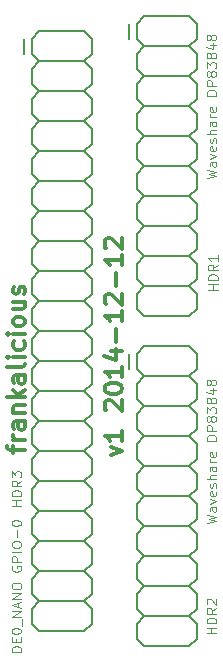
<source format=gto>
G04 #@! TF.FileFunction,Legend,Top*
%FSLAX46Y46*%
G04 Gerber Fmt 4.6, Leading zero omitted, Abs format (unit mm)*
G04 Created by KiCad (PCBNEW (2014-11-30 BZR 5308)-product) date Fr 12 Dez 2014 00:24:21 CET*
%MOMM*%
G01*
G04 APERTURE LIST*
%ADD10C,0.100000*%
%ADD11C,0.300000*%
%ADD12C,0.127000*%
%ADD13C,0.076200*%
G04 APERTURE END LIST*
D10*
D11*
X113343571Y-114624283D02*
X114343571Y-114267140D01*
X113343571Y-113909998D01*
X114343571Y-112552855D02*
X114343571Y-113409998D01*
X114343571Y-112981426D02*
X112843571Y-112981426D01*
X113057857Y-113124283D01*
X113200714Y-113267141D01*
X113272143Y-113409998D01*
X112986429Y-110838570D02*
X112915000Y-110767141D01*
X112843571Y-110624284D01*
X112843571Y-110267141D01*
X112915000Y-110124284D01*
X112986429Y-110052855D01*
X113129286Y-109981427D01*
X113272143Y-109981427D01*
X113486429Y-110052855D01*
X114343571Y-110909998D01*
X114343571Y-109981427D01*
X112843571Y-109052856D02*
X112843571Y-108909999D01*
X112915000Y-108767142D01*
X112986429Y-108695713D01*
X113129286Y-108624284D01*
X113415000Y-108552856D01*
X113772143Y-108552856D01*
X114057857Y-108624284D01*
X114200714Y-108695713D01*
X114272143Y-108767142D01*
X114343571Y-108909999D01*
X114343571Y-109052856D01*
X114272143Y-109195713D01*
X114200714Y-109267142D01*
X114057857Y-109338570D01*
X113772143Y-109409999D01*
X113415000Y-109409999D01*
X113129286Y-109338570D01*
X112986429Y-109267142D01*
X112915000Y-109195713D01*
X112843571Y-109052856D01*
X114343571Y-107124285D02*
X114343571Y-107981428D01*
X114343571Y-107552856D02*
X112843571Y-107552856D01*
X113057857Y-107695713D01*
X113200714Y-107838571D01*
X113272143Y-107981428D01*
X113343571Y-105838571D02*
X114343571Y-105838571D01*
X112772143Y-106195714D02*
X113843571Y-106552857D01*
X113843571Y-105624285D01*
X113772143Y-105052857D02*
X113772143Y-103910000D01*
X114343571Y-102410000D02*
X114343571Y-103267143D01*
X114343571Y-102838571D02*
X112843571Y-102838571D01*
X113057857Y-102981428D01*
X113200714Y-103124286D01*
X113272143Y-103267143D01*
X112986429Y-101838572D02*
X112915000Y-101767143D01*
X112843571Y-101624286D01*
X112843571Y-101267143D01*
X112915000Y-101124286D01*
X112986429Y-101052857D01*
X113129286Y-100981429D01*
X113272143Y-100981429D01*
X113486429Y-101052857D01*
X114343571Y-101910000D01*
X114343571Y-100981429D01*
X113772143Y-100338572D02*
X113772143Y-99195715D01*
X114343571Y-97695715D02*
X114343571Y-98552858D01*
X114343571Y-98124286D02*
X112843571Y-98124286D01*
X113057857Y-98267143D01*
X113200714Y-98410001D01*
X113272143Y-98552858D01*
X112986429Y-97124287D02*
X112915000Y-97052858D01*
X112843571Y-96910001D01*
X112843571Y-96552858D01*
X112915000Y-96410001D01*
X112986429Y-96338572D01*
X113129286Y-96267144D01*
X113272143Y-96267144D01*
X113486429Y-96338572D01*
X114343571Y-97195715D01*
X114343571Y-96267144D01*
X105088571Y-114422143D02*
X105088571Y-113850714D01*
X106088571Y-114207857D02*
X104802857Y-114207857D01*
X104660000Y-114136429D01*
X104588571Y-113993571D01*
X104588571Y-113850714D01*
X106088571Y-113350714D02*
X105088571Y-113350714D01*
X105374286Y-113350714D02*
X105231429Y-113279286D01*
X105160000Y-113207857D01*
X105088571Y-113065000D01*
X105088571Y-112922143D01*
X106088571Y-111779286D02*
X105302857Y-111779286D01*
X105160000Y-111850715D01*
X105088571Y-111993572D01*
X105088571Y-112279286D01*
X105160000Y-112422143D01*
X106017143Y-111779286D02*
X106088571Y-111922143D01*
X106088571Y-112279286D01*
X106017143Y-112422143D01*
X105874286Y-112493572D01*
X105731429Y-112493572D01*
X105588571Y-112422143D01*
X105517143Y-112279286D01*
X105517143Y-111922143D01*
X105445714Y-111779286D01*
X105088571Y-111065000D02*
X106088571Y-111065000D01*
X105231429Y-111065000D02*
X105160000Y-110993572D01*
X105088571Y-110850714D01*
X105088571Y-110636429D01*
X105160000Y-110493572D01*
X105302857Y-110422143D01*
X106088571Y-110422143D01*
X106088571Y-109707857D02*
X104588571Y-109707857D01*
X105517143Y-109565000D02*
X106088571Y-109136429D01*
X105088571Y-109136429D02*
X105660000Y-109707857D01*
X106088571Y-107850714D02*
X105302857Y-107850714D01*
X105160000Y-107922143D01*
X105088571Y-108065000D01*
X105088571Y-108350714D01*
X105160000Y-108493571D01*
X106017143Y-107850714D02*
X106088571Y-107993571D01*
X106088571Y-108350714D01*
X106017143Y-108493571D01*
X105874286Y-108565000D01*
X105731429Y-108565000D01*
X105588571Y-108493571D01*
X105517143Y-108350714D01*
X105517143Y-107993571D01*
X105445714Y-107850714D01*
X106088571Y-106922142D02*
X106017143Y-107065000D01*
X105874286Y-107136428D01*
X104588571Y-107136428D01*
X106088571Y-106350714D02*
X105088571Y-106350714D01*
X104588571Y-106350714D02*
X104660000Y-106422143D01*
X104731429Y-106350714D01*
X104660000Y-106279286D01*
X104588571Y-106350714D01*
X104731429Y-106350714D01*
X106017143Y-104993571D02*
X106088571Y-105136428D01*
X106088571Y-105422142D01*
X106017143Y-105565000D01*
X105945714Y-105636428D01*
X105802857Y-105707857D01*
X105374286Y-105707857D01*
X105231429Y-105636428D01*
X105160000Y-105565000D01*
X105088571Y-105422142D01*
X105088571Y-105136428D01*
X105160000Y-104993571D01*
X106088571Y-104350714D02*
X105088571Y-104350714D01*
X104588571Y-104350714D02*
X104660000Y-104422143D01*
X104731429Y-104350714D01*
X104660000Y-104279286D01*
X104588571Y-104350714D01*
X104731429Y-104350714D01*
X106088571Y-103422142D02*
X106017143Y-103565000D01*
X105945714Y-103636428D01*
X105802857Y-103707857D01*
X105374286Y-103707857D01*
X105231429Y-103636428D01*
X105160000Y-103565000D01*
X105088571Y-103422142D01*
X105088571Y-103207857D01*
X105160000Y-103065000D01*
X105231429Y-102993571D01*
X105374286Y-102922142D01*
X105802857Y-102922142D01*
X105945714Y-102993571D01*
X106017143Y-103065000D01*
X106088571Y-103207857D01*
X106088571Y-103422142D01*
X105088571Y-101636428D02*
X106088571Y-101636428D01*
X105088571Y-102279285D02*
X105874286Y-102279285D01*
X106017143Y-102207857D01*
X106088571Y-102064999D01*
X106088571Y-101850714D01*
X106017143Y-101707857D01*
X105945714Y-101636428D01*
X106017143Y-100993571D02*
X106088571Y-100850714D01*
X106088571Y-100564999D01*
X106017143Y-100422142D01*
X105874286Y-100350714D01*
X105802857Y-100350714D01*
X105660000Y-100422142D01*
X105588571Y-100564999D01*
X105588571Y-100779285D01*
X105517143Y-100922142D01*
X105374286Y-100993571D01*
X105302857Y-100993571D01*
X105160000Y-100922142D01*
X105088571Y-100779285D01*
X105088571Y-100564999D01*
X105160000Y-100422142D01*
D12*
X106680000Y-128905000D02*
X106680000Y-127635000D01*
X107315000Y-129540000D02*
X106680000Y-128905000D01*
X111125000Y-129540000D02*
X107315000Y-129540000D01*
X111760000Y-128905000D02*
X111125000Y-129540000D01*
X111760000Y-127635000D02*
X111760000Y-128905000D01*
X111125000Y-127000000D02*
X111760000Y-127635000D01*
X106680000Y-127635000D02*
X107315000Y-127000000D01*
X106680000Y-125095000D02*
X107315000Y-124460000D01*
X111125000Y-124460000D02*
X111760000Y-125095000D01*
X111760000Y-125095000D02*
X111760000Y-126365000D01*
X111760000Y-126365000D02*
X111125000Y-127000000D01*
X111125000Y-127000000D02*
X107315000Y-127000000D01*
X107315000Y-127000000D02*
X106680000Y-126365000D01*
X106680000Y-126365000D02*
X106680000Y-125095000D01*
X106680000Y-123825000D02*
X106680000Y-122555000D01*
X107315000Y-124460000D02*
X106680000Y-123825000D01*
X111125000Y-124460000D02*
X107315000Y-124460000D01*
X111760000Y-123825000D02*
X111125000Y-124460000D01*
X111760000Y-122555000D02*
X111760000Y-123825000D01*
X111125000Y-121920000D02*
X111760000Y-122555000D01*
X106680000Y-122555000D02*
X107315000Y-121920000D01*
X106680000Y-120015000D02*
X107315000Y-119380000D01*
X111125000Y-119380000D02*
X111760000Y-120015000D01*
X111760000Y-120015000D02*
X111760000Y-121285000D01*
X111760000Y-121285000D02*
X111125000Y-121920000D01*
X111125000Y-121920000D02*
X107315000Y-121920000D01*
X107315000Y-121920000D02*
X106680000Y-121285000D01*
X106680000Y-121285000D02*
X106680000Y-120015000D01*
X106680000Y-118745000D02*
X106680000Y-117475000D01*
X107315000Y-119380000D02*
X106680000Y-118745000D01*
X111125000Y-119380000D02*
X107315000Y-119380000D01*
X111760000Y-118745000D02*
X111125000Y-119380000D01*
X111760000Y-117475000D02*
X111760000Y-118745000D01*
X111125000Y-116840000D02*
X111760000Y-117475000D01*
X106680000Y-117475000D02*
X107315000Y-116840000D01*
X106680000Y-114935000D02*
X107315000Y-114300000D01*
X111125000Y-114300000D02*
X111760000Y-114935000D01*
X111760000Y-114935000D02*
X111760000Y-116205000D01*
X111760000Y-116205000D02*
X111125000Y-116840000D01*
X111125000Y-116840000D02*
X107315000Y-116840000D01*
X107315000Y-116840000D02*
X106680000Y-116205000D01*
X106680000Y-116205000D02*
X106680000Y-114935000D01*
X106680000Y-113665000D02*
X106680000Y-112395000D01*
X107315000Y-114300000D02*
X106680000Y-113665000D01*
X111125000Y-114300000D02*
X107315000Y-114300000D01*
X111760000Y-113665000D02*
X111125000Y-114300000D01*
X111760000Y-112395000D02*
X111760000Y-113665000D01*
X111125000Y-111760000D02*
X111760000Y-112395000D01*
X106680000Y-112395000D02*
X107315000Y-111760000D01*
X106680000Y-109855000D02*
X107315000Y-109220000D01*
X111125000Y-109220000D02*
X111760000Y-109855000D01*
X111760000Y-109855000D02*
X111760000Y-111125000D01*
X111760000Y-111125000D02*
X111125000Y-111760000D01*
X111125000Y-111760000D02*
X107315000Y-111760000D01*
X107315000Y-111760000D02*
X106680000Y-111125000D01*
X106680000Y-111125000D02*
X106680000Y-109855000D01*
X106680000Y-108585000D02*
X106680000Y-107315000D01*
X107315000Y-109220000D02*
X106680000Y-108585000D01*
X111125000Y-109220000D02*
X107315000Y-109220000D01*
X111760000Y-108585000D02*
X111125000Y-109220000D01*
X111760000Y-107315000D02*
X111760000Y-108585000D01*
X111125000Y-106680000D02*
X111760000Y-107315000D01*
X106680000Y-107315000D02*
X107315000Y-106680000D01*
X106680000Y-104775000D02*
X107315000Y-104140000D01*
X111125000Y-104140000D02*
X111760000Y-104775000D01*
X111760000Y-104775000D02*
X111760000Y-106045000D01*
X111760000Y-106045000D02*
X111125000Y-106680000D01*
X111125000Y-106680000D02*
X107315000Y-106680000D01*
X107315000Y-106680000D02*
X106680000Y-106045000D01*
X106680000Y-106045000D02*
X106680000Y-104775000D01*
X106680000Y-103505000D02*
X106680000Y-102235000D01*
X107315000Y-104140000D02*
X106680000Y-103505000D01*
X111125000Y-104140000D02*
X107315000Y-104140000D01*
X111760000Y-103505000D02*
X111125000Y-104140000D01*
X111760000Y-102235000D02*
X111760000Y-103505000D01*
X111125000Y-101600000D02*
X111760000Y-102235000D01*
X106680000Y-102235000D02*
X107315000Y-101600000D01*
X106680000Y-99695000D02*
X107315000Y-99060000D01*
X111125000Y-99060000D02*
X111760000Y-99695000D01*
X111760000Y-99695000D02*
X111760000Y-100965000D01*
X111760000Y-100965000D02*
X111125000Y-101600000D01*
X111125000Y-101600000D02*
X107315000Y-101600000D01*
X107315000Y-101600000D02*
X106680000Y-100965000D01*
X106680000Y-100965000D02*
X106680000Y-99695000D01*
X106680000Y-98425000D02*
X106680000Y-97155000D01*
X107315000Y-99060000D02*
X106680000Y-98425000D01*
X111125000Y-99060000D02*
X107315000Y-99060000D01*
X111760000Y-98425000D02*
X111125000Y-99060000D01*
X111760000Y-97155000D02*
X111760000Y-98425000D01*
X111125000Y-96520000D02*
X111760000Y-97155000D01*
X106680000Y-97155000D02*
X107315000Y-96520000D01*
X106680000Y-94615000D02*
X107315000Y-93980000D01*
X111125000Y-93980000D02*
X111760000Y-94615000D01*
X111760000Y-94615000D02*
X111760000Y-95885000D01*
X111760000Y-95885000D02*
X111125000Y-96520000D01*
X111125000Y-96520000D02*
X107315000Y-96520000D01*
X107315000Y-96520000D02*
X106680000Y-95885000D01*
X106680000Y-95885000D02*
X106680000Y-94615000D01*
X106680000Y-93345000D02*
X106680000Y-92075000D01*
X107315000Y-93980000D02*
X106680000Y-93345000D01*
X111125000Y-93980000D02*
X107315000Y-93980000D01*
X111760000Y-93345000D02*
X111125000Y-93980000D01*
X111760000Y-92075000D02*
X111760000Y-93345000D01*
X111125000Y-91440000D02*
X111760000Y-92075000D01*
X106680000Y-92075000D02*
X107315000Y-91440000D01*
X106680000Y-89535000D02*
X107315000Y-88900000D01*
X111125000Y-88900000D02*
X111760000Y-89535000D01*
X111760000Y-89535000D02*
X111760000Y-90805000D01*
X111760000Y-90805000D02*
X111125000Y-91440000D01*
X111125000Y-91440000D02*
X107315000Y-91440000D01*
X107315000Y-91440000D02*
X106680000Y-90805000D01*
X106680000Y-90805000D02*
X106680000Y-89535000D01*
X106680000Y-88265000D02*
X106680000Y-86995000D01*
X107315000Y-88900000D02*
X106680000Y-88265000D01*
X111125000Y-88900000D02*
X107315000Y-88900000D01*
X111760000Y-88265000D02*
X111125000Y-88900000D01*
X111760000Y-86995000D02*
X111760000Y-88265000D01*
X111125000Y-86360000D02*
X111760000Y-86995000D01*
X106680000Y-86995000D02*
X107315000Y-86360000D01*
X106680000Y-84455000D02*
X107315000Y-83820000D01*
X111125000Y-83820000D02*
X111760000Y-84455000D01*
X111760000Y-84455000D02*
X111760000Y-85725000D01*
X111760000Y-85725000D02*
X111125000Y-86360000D01*
X111125000Y-86360000D02*
X107315000Y-86360000D01*
X107315000Y-86360000D02*
X106680000Y-85725000D01*
X106680000Y-85725000D02*
X106680000Y-84455000D01*
X106680000Y-83185000D02*
X106680000Y-81915000D01*
X107315000Y-83820000D02*
X106680000Y-83185000D01*
X111125000Y-83820000D02*
X107315000Y-83820000D01*
X111760000Y-83185000D02*
X111125000Y-83820000D01*
X111760000Y-81915000D02*
X111760000Y-83185000D01*
X111125000Y-81280000D02*
X111760000Y-81915000D01*
X106680000Y-81915000D02*
X107315000Y-81280000D01*
X106680000Y-79375000D02*
X107315000Y-78740000D01*
X107315000Y-78740000D02*
X111125000Y-78740000D01*
X111125000Y-78740000D02*
X111760000Y-79375000D01*
X111760000Y-79375000D02*
X111760000Y-80645000D01*
X111760000Y-80645000D02*
X111125000Y-81280000D01*
X111125000Y-81280000D02*
X107315000Y-81280000D01*
X107315000Y-81280000D02*
X106680000Y-80645000D01*
X106680000Y-80645000D02*
X106680000Y-79375000D01*
X106045000Y-79375000D02*
X106045000Y-80645000D01*
X115570000Y-102235000D02*
X115570000Y-100965000D01*
X116205000Y-102870000D02*
X115570000Y-102235000D01*
X120015000Y-102870000D02*
X116205000Y-102870000D01*
X120650000Y-102235000D02*
X120015000Y-102870000D01*
X120650000Y-100965000D02*
X120650000Y-102235000D01*
X120015000Y-100330000D02*
X120650000Y-100965000D01*
X115570000Y-100965000D02*
X116205000Y-100330000D01*
X115570000Y-98425000D02*
X116205000Y-97790000D01*
X120015000Y-97790000D02*
X120650000Y-98425000D01*
X120650000Y-98425000D02*
X120650000Y-99695000D01*
X120650000Y-99695000D02*
X120015000Y-100330000D01*
X120015000Y-100330000D02*
X116205000Y-100330000D01*
X116205000Y-100330000D02*
X115570000Y-99695000D01*
X115570000Y-99695000D02*
X115570000Y-98425000D01*
X115570000Y-97155000D02*
X115570000Y-95885000D01*
X116205000Y-97790000D02*
X115570000Y-97155000D01*
X120015000Y-97790000D02*
X116205000Y-97790000D01*
X120650000Y-97155000D02*
X120015000Y-97790000D01*
X120650000Y-95885000D02*
X120650000Y-97155000D01*
X120015000Y-95250000D02*
X120650000Y-95885000D01*
X115570000Y-95885000D02*
X116205000Y-95250000D01*
X115570000Y-93345000D02*
X116205000Y-92710000D01*
X120015000Y-92710000D02*
X120650000Y-93345000D01*
X120650000Y-93345000D02*
X120650000Y-94615000D01*
X120650000Y-94615000D02*
X120015000Y-95250000D01*
X120015000Y-95250000D02*
X116205000Y-95250000D01*
X116205000Y-95250000D02*
X115570000Y-94615000D01*
X115570000Y-94615000D02*
X115570000Y-93345000D01*
X115570000Y-92075000D02*
X115570000Y-90805000D01*
X116205000Y-92710000D02*
X115570000Y-92075000D01*
X120015000Y-92710000D02*
X116205000Y-92710000D01*
X120650000Y-92075000D02*
X120015000Y-92710000D01*
X120650000Y-90805000D02*
X120650000Y-92075000D01*
X120015000Y-90170000D02*
X120650000Y-90805000D01*
X115570000Y-90805000D02*
X116205000Y-90170000D01*
X115570000Y-88265000D02*
X116205000Y-87630000D01*
X120015000Y-87630000D02*
X120650000Y-88265000D01*
X120650000Y-88265000D02*
X120650000Y-89535000D01*
X120650000Y-89535000D02*
X120015000Y-90170000D01*
X120015000Y-90170000D02*
X116205000Y-90170000D01*
X116205000Y-90170000D02*
X115570000Y-89535000D01*
X115570000Y-89535000D02*
X115570000Y-88265000D01*
X115570000Y-86995000D02*
X115570000Y-85725000D01*
X116205000Y-87630000D02*
X115570000Y-86995000D01*
X120015000Y-87630000D02*
X116205000Y-87630000D01*
X120650000Y-86995000D02*
X120015000Y-87630000D01*
X120650000Y-85725000D02*
X120650000Y-86995000D01*
X120015000Y-85090000D02*
X120650000Y-85725000D01*
X115570000Y-85725000D02*
X116205000Y-85090000D01*
X115570000Y-83185000D02*
X116205000Y-82550000D01*
X120015000Y-82550000D02*
X120650000Y-83185000D01*
X120650000Y-83185000D02*
X120650000Y-84455000D01*
X120650000Y-84455000D02*
X120015000Y-85090000D01*
X120015000Y-85090000D02*
X116205000Y-85090000D01*
X116205000Y-85090000D02*
X115570000Y-84455000D01*
X115570000Y-84455000D02*
X115570000Y-83185000D01*
X115570000Y-81915000D02*
X115570000Y-80645000D01*
X116205000Y-82550000D02*
X115570000Y-81915000D01*
X120015000Y-82550000D02*
X116205000Y-82550000D01*
X120650000Y-81915000D02*
X120015000Y-82550000D01*
X120650000Y-80645000D02*
X120650000Y-81915000D01*
X120015000Y-80010000D02*
X120650000Y-80645000D01*
X115570000Y-80645000D02*
X116205000Y-80010000D01*
X115570000Y-78105000D02*
X116205000Y-77470000D01*
X116205000Y-77470000D02*
X120015000Y-77470000D01*
X120015000Y-77470000D02*
X120650000Y-78105000D01*
X120650000Y-78105000D02*
X120650000Y-79375000D01*
X120650000Y-79375000D02*
X120015000Y-80010000D01*
X120015000Y-80010000D02*
X116205000Y-80010000D01*
X116205000Y-80010000D02*
X115570000Y-79375000D01*
X115570000Y-79375000D02*
X115570000Y-78105000D01*
X114935000Y-78105000D02*
X114935000Y-79375000D01*
X115570000Y-130175000D02*
X115570000Y-128905000D01*
X116205000Y-130810000D02*
X115570000Y-130175000D01*
X120015000Y-130810000D02*
X116205000Y-130810000D01*
X120650000Y-130175000D02*
X120015000Y-130810000D01*
X120650000Y-128905000D02*
X120650000Y-130175000D01*
X120015000Y-128270000D02*
X120650000Y-128905000D01*
X115570000Y-128905000D02*
X116205000Y-128270000D01*
X115570000Y-126365000D02*
X116205000Y-125730000D01*
X120015000Y-125730000D02*
X120650000Y-126365000D01*
X120650000Y-126365000D02*
X120650000Y-127635000D01*
X120650000Y-127635000D02*
X120015000Y-128270000D01*
X120015000Y-128270000D02*
X116205000Y-128270000D01*
X116205000Y-128270000D02*
X115570000Y-127635000D01*
X115570000Y-127635000D02*
X115570000Y-126365000D01*
X115570000Y-125095000D02*
X115570000Y-123825000D01*
X116205000Y-125730000D02*
X115570000Y-125095000D01*
X120015000Y-125730000D02*
X116205000Y-125730000D01*
X120650000Y-125095000D02*
X120015000Y-125730000D01*
X120650000Y-123825000D02*
X120650000Y-125095000D01*
X120015000Y-123190000D02*
X120650000Y-123825000D01*
X115570000Y-123825000D02*
X116205000Y-123190000D01*
X115570000Y-121285000D02*
X116205000Y-120650000D01*
X120015000Y-120650000D02*
X120650000Y-121285000D01*
X120650000Y-121285000D02*
X120650000Y-122555000D01*
X120650000Y-122555000D02*
X120015000Y-123190000D01*
X120015000Y-123190000D02*
X116205000Y-123190000D01*
X116205000Y-123190000D02*
X115570000Y-122555000D01*
X115570000Y-122555000D02*
X115570000Y-121285000D01*
X115570000Y-120015000D02*
X115570000Y-118745000D01*
X116205000Y-120650000D02*
X115570000Y-120015000D01*
X120015000Y-120650000D02*
X116205000Y-120650000D01*
X120650000Y-120015000D02*
X120015000Y-120650000D01*
X120650000Y-118745000D02*
X120650000Y-120015000D01*
X120015000Y-118110000D02*
X120650000Y-118745000D01*
X115570000Y-118745000D02*
X116205000Y-118110000D01*
X115570000Y-116205000D02*
X116205000Y-115570000D01*
X120015000Y-115570000D02*
X120650000Y-116205000D01*
X120650000Y-116205000D02*
X120650000Y-117475000D01*
X120650000Y-117475000D02*
X120015000Y-118110000D01*
X120015000Y-118110000D02*
X116205000Y-118110000D01*
X116205000Y-118110000D02*
X115570000Y-117475000D01*
X115570000Y-117475000D02*
X115570000Y-116205000D01*
X115570000Y-114935000D02*
X115570000Y-113665000D01*
X116205000Y-115570000D02*
X115570000Y-114935000D01*
X120015000Y-115570000D02*
X116205000Y-115570000D01*
X120650000Y-114935000D02*
X120015000Y-115570000D01*
X120650000Y-113665000D02*
X120650000Y-114935000D01*
X120015000Y-113030000D02*
X120650000Y-113665000D01*
X115570000Y-113665000D02*
X116205000Y-113030000D01*
X115570000Y-111125000D02*
X116205000Y-110490000D01*
X120015000Y-110490000D02*
X120650000Y-111125000D01*
X120650000Y-111125000D02*
X120650000Y-112395000D01*
X120650000Y-112395000D02*
X120015000Y-113030000D01*
X120015000Y-113030000D02*
X116205000Y-113030000D01*
X116205000Y-113030000D02*
X115570000Y-112395000D01*
X115570000Y-112395000D02*
X115570000Y-111125000D01*
X115570000Y-109855000D02*
X115570000Y-108585000D01*
X116205000Y-110490000D02*
X115570000Y-109855000D01*
X120015000Y-110490000D02*
X116205000Y-110490000D01*
X120650000Y-109855000D02*
X120015000Y-110490000D01*
X120650000Y-108585000D02*
X120650000Y-109855000D01*
X120015000Y-107950000D02*
X120650000Y-108585000D01*
X115570000Y-108585000D02*
X116205000Y-107950000D01*
X115570000Y-106045000D02*
X116205000Y-105410000D01*
X116205000Y-105410000D02*
X120015000Y-105410000D01*
X120015000Y-105410000D02*
X120650000Y-106045000D01*
X120650000Y-106045000D02*
X120650000Y-107315000D01*
X120650000Y-107315000D02*
X120015000Y-107950000D01*
X120015000Y-107950000D02*
X116205000Y-107950000D01*
X116205000Y-107950000D02*
X115570000Y-107315000D01*
X115570000Y-107315000D02*
X115570000Y-106045000D01*
X114935000Y-106045000D02*
X114935000Y-107315000D01*
D13*
X105777695Y-118907076D02*
X104964895Y-118907076D01*
X105351943Y-118907076D02*
X105351943Y-118442619D01*
X105777695Y-118442619D02*
X104964895Y-118442619D01*
X105777695Y-118055571D02*
X104964895Y-118055571D01*
X104964895Y-117862047D01*
X105003600Y-117745933D01*
X105081010Y-117668524D01*
X105158419Y-117629819D01*
X105313238Y-117591114D01*
X105429352Y-117591114D01*
X105584171Y-117629819D01*
X105661581Y-117668524D01*
X105738990Y-117745933D01*
X105777695Y-117862047D01*
X105777695Y-118055571D01*
X105777695Y-116778314D02*
X105390648Y-117049247D01*
X105777695Y-117242771D02*
X104964895Y-117242771D01*
X104964895Y-116933133D01*
X105003600Y-116855724D01*
X105042305Y-116817019D01*
X105119714Y-116778314D01*
X105235829Y-116778314D01*
X105313238Y-116817019D01*
X105351943Y-116855724D01*
X105390648Y-116933133D01*
X105390648Y-117242771D01*
X104964895Y-116507381D02*
X104964895Y-116004219D01*
X105274533Y-116275152D01*
X105274533Y-116159038D01*
X105313238Y-116081628D01*
X105351943Y-116042924D01*
X105429352Y-116004219D01*
X105622876Y-116004219D01*
X105700286Y-116042924D01*
X105738990Y-116081628D01*
X105777695Y-116159038D01*
X105777695Y-116391266D01*
X105738990Y-116468676D01*
X105700286Y-116507381D01*
X105777695Y-131264781D02*
X104964895Y-131264781D01*
X104964895Y-131071257D01*
X105003600Y-130955143D01*
X105081010Y-130877734D01*
X105158419Y-130839029D01*
X105313238Y-130800324D01*
X105429352Y-130800324D01*
X105584171Y-130839029D01*
X105661581Y-130877734D01*
X105738990Y-130955143D01*
X105777695Y-131071257D01*
X105777695Y-131264781D01*
X105351943Y-130451981D02*
X105351943Y-130181048D01*
X105777695Y-130064934D02*
X105777695Y-130451981D01*
X104964895Y-130451981D01*
X104964895Y-130064934D01*
X104964895Y-129561772D02*
X104964895Y-129484363D01*
X105003600Y-129406953D01*
X105042305Y-129368248D01*
X105119714Y-129329544D01*
X105274533Y-129290839D01*
X105468057Y-129290839D01*
X105622876Y-129329544D01*
X105700286Y-129368248D01*
X105738990Y-129406953D01*
X105777695Y-129484363D01*
X105777695Y-129561772D01*
X105738990Y-129639182D01*
X105700286Y-129677886D01*
X105622876Y-129716591D01*
X105468057Y-129755296D01*
X105274533Y-129755296D01*
X105119714Y-129716591D01*
X105042305Y-129677886D01*
X105003600Y-129639182D01*
X104964895Y-129561772D01*
X105855105Y-129136020D02*
X105855105Y-128516744D01*
X105777695Y-128323220D02*
X104964895Y-128323220D01*
X105777695Y-127858763D01*
X104964895Y-127858763D01*
X105545467Y-127510420D02*
X105545467Y-127123372D01*
X105777695Y-127587829D02*
X104964895Y-127316896D01*
X105777695Y-127045963D01*
X105777695Y-126775029D02*
X104964895Y-126775029D01*
X105777695Y-126310572D01*
X104964895Y-126310572D01*
X104964895Y-125768705D02*
X104964895Y-125613886D01*
X105003600Y-125536477D01*
X105081010Y-125459067D01*
X105235829Y-125420362D01*
X105506762Y-125420362D01*
X105661581Y-125459067D01*
X105738990Y-125536477D01*
X105777695Y-125613886D01*
X105777695Y-125768705D01*
X105738990Y-125846115D01*
X105661581Y-125923524D01*
X105506762Y-125962229D01*
X105235829Y-125962229D01*
X105081010Y-125923524D01*
X105003600Y-125846115D01*
X104964895Y-125768705D01*
X105003600Y-124026991D02*
X104964895Y-124104400D01*
X104964895Y-124220515D01*
X105003600Y-124336629D01*
X105081010Y-124414038D01*
X105158419Y-124452743D01*
X105313238Y-124491448D01*
X105429352Y-124491448D01*
X105584171Y-124452743D01*
X105661581Y-124414038D01*
X105738990Y-124336629D01*
X105777695Y-124220515D01*
X105777695Y-124143105D01*
X105738990Y-124026991D01*
X105700286Y-123988286D01*
X105429352Y-123988286D01*
X105429352Y-124143105D01*
X105777695Y-123639943D02*
X104964895Y-123639943D01*
X104964895Y-123330305D01*
X105003600Y-123252896D01*
X105042305Y-123214191D01*
X105119714Y-123175486D01*
X105235829Y-123175486D01*
X105313238Y-123214191D01*
X105351943Y-123252896D01*
X105390648Y-123330305D01*
X105390648Y-123639943D01*
X105777695Y-122827143D02*
X104964895Y-122827143D01*
X104964895Y-122285276D02*
X104964895Y-122130457D01*
X105003600Y-122053048D01*
X105081010Y-121975638D01*
X105235829Y-121936933D01*
X105506762Y-121936933D01*
X105661581Y-121975638D01*
X105738990Y-122053048D01*
X105777695Y-122130457D01*
X105777695Y-122285276D01*
X105738990Y-122362686D01*
X105661581Y-122440095D01*
X105506762Y-122478800D01*
X105235829Y-122478800D01*
X105081010Y-122440095D01*
X105003600Y-122362686D01*
X104964895Y-122285276D01*
X105468057Y-121588590D02*
X105468057Y-120969314D01*
X104964895Y-120427447D02*
X104964895Y-120350038D01*
X105003600Y-120272628D01*
X105042305Y-120233923D01*
X105119714Y-120195219D01*
X105274533Y-120156514D01*
X105468057Y-120156514D01*
X105622876Y-120195219D01*
X105700286Y-120233923D01*
X105738990Y-120272628D01*
X105777695Y-120350038D01*
X105777695Y-120427447D01*
X105738990Y-120504857D01*
X105700286Y-120543561D01*
X105622876Y-120582266D01*
X105468057Y-120620971D01*
X105274533Y-120620971D01*
X105119714Y-120582266D01*
X105042305Y-120543561D01*
X105003600Y-120504857D01*
X104964895Y-120427447D01*
X122414695Y-100619076D02*
X121601895Y-100619076D01*
X121988943Y-100619076D02*
X121988943Y-100154619D01*
X122414695Y-100154619D02*
X121601895Y-100154619D01*
X122414695Y-99767571D02*
X121601895Y-99767571D01*
X121601895Y-99574047D01*
X121640600Y-99457933D01*
X121718010Y-99380524D01*
X121795419Y-99341819D01*
X121950238Y-99303114D01*
X122066352Y-99303114D01*
X122221171Y-99341819D01*
X122298581Y-99380524D01*
X122375990Y-99457933D01*
X122414695Y-99574047D01*
X122414695Y-99767571D01*
X122414695Y-98490314D02*
X122027648Y-98761247D01*
X122414695Y-98954771D02*
X121601895Y-98954771D01*
X121601895Y-98645133D01*
X121640600Y-98567724D01*
X121679305Y-98529019D01*
X121756714Y-98490314D01*
X121872829Y-98490314D01*
X121950238Y-98529019D01*
X121988943Y-98567724D01*
X122027648Y-98645133D01*
X122027648Y-98954771D01*
X122414695Y-97716219D02*
X122414695Y-98180676D01*
X122414695Y-97948447D02*
X121601895Y-97948447D01*
X121718010Y-98025857D01*
X121795419Y-98103266D01*
X121834124Y-98180676D01*
X121474895Y-91185999D02*
X122287695Y-90992475D01*
X121707124Y-90837656D01*
X122287695Y-90682837D01*
X121474895Y-90489313D01*
X122287695Y-89831332D02*
X121861943Y-89831332D01*
X121784533Y-89870037D01*
X121745829Y-89947447D01*
X121745829Y-90102266D01*
X121784533Y-90179675D01*
X122248990Y-89831332D02*
X122287695Y-89908742D01*
X122287695Y-90102266D01*
X122248990Y-90179675D01*
X122171581Y-90218380D01*
X122094171Y-90218380D01*
X122016762Y-90179675D01*
X121978057Y-90102266D01*
X121978057Y-89908742D01*
X121939352Y-89831332D01*
X121745829Y-89521695D02*
X122287695Y-89328171D01*
X121745829Y-89134647D01*
X122248990Y-88515371D02*
X122287695Y-88592781D01*
X122287695Y-88747600D01*
X122248990Y-88825009D01*
X122171581Y-88863714D01*
X121861943Y-88863714D01*
X121784533Y-88825009D01*
X121745829Y-88747600D01*
X121745829Y-88592781D01*
X121784533Y-88515371D01*
X121861943Y-88476666D01*
X121939352Y-88476666D01*
X122016762Y-88863714D01*
X122248990Y-88167028D02*
X122287695Y-88089618D01*
X122287695Y-87934799D01*
X122248990Y-87857390D01*
X122171581Y-87818685D01*
X122132876Y-87818685D01*
X122055467Y-87857390D01*
X122016762Y-87934799D01*
X122016762Y-88050914D01*
X121978057Y-88128323D01*
X121900648Y-88167028D01*
X121861943Y-88167028D01*
X121784533Y-88128323D01*
X121745829Y-88050914D01*
X121745829Y-87934799D01*
X121784533Y-87857390D01*
X122287695Y-87470342D02*
X121474895Y-87470342D01*
X122287695Y-87121999D02*
X121861943Y-87121999D01*
X121784533Y-87160704D01*
X121745829Y-87238114D01*
X121745829Y-87354228D01*
X121784533Y-87431637D01*
X121823238Y-87470342D01*
X122287695Y-86386609D02*
X121861943Y-86386609D01*
X121784533Y-86425314D01*
X121745829Y-86502724D01*
X121745829Y-86657543D01*
X121784533Y-86734952D01*
X122248990Y-86386609D02*
X122287695Y-86464019D01*
X122287695Y-86657543D01*
X122248990Y-86734952D01*
X122171581Y-86773657D01*
X122094171Y-86773657D01*
X122016762Y-86734952D01*
X121978057Y-86657543D01*
X121978057Y-86464019D01*
X121939352Y-86386609D01*
X122287695Y-85999562D02*
X121745829Y-85999562D01*
X121900648Y-85999562D02*
X121823238Y-85960857D01*
X121784533Y-85922153D01*
X121745829Y-85844743D01*
X121745829Y-85767334D01*
X122248990Y-85186762D02*
X122287695Y-85264172D01*
X122287695Y-85418991D01*
X122248990Y-85496400D01*
X122171581Y-85535105D01*
X121861943Y-85535105D01*
X121784533Y-85496400D01*
X121745829Y-85418991D01*
X121745829Y-85264172D01*
X121784533Y-85186762D01*
X121861943Y-85148057D01*
X121939352Y-85148057D01*
X122016762Y-85535105D01*
X122287695Y-84180438D02*
X121474895Y-84180438D01*
X121474895Y-83986914D01*
X121513600Y-83870800D01*
X121591010Y-83793391D01*
X121668419Y-83754686D01*
X121823238Y-83715981D01*
X121939352Y-83715981D01*
X122094171Y-83754686D01*
X122171581Y-83793391D01*
X122248990Y-83870800D01*
X122287695Y-83986914D01*
X122287695Y-84180438D01*
X122287695Y-83367638D02*
X121474895Y-83367638D01*
X121474895Y-83058000D01*
X121513600Y-82980591D01*
X121552305Y-82941886D01*
X121629714Y-82903181D01*
X121745829Y-82903181D01*
X121823238Y-82941886D01*
X121861943Y-82980591D01*
X121900648Y-83058000D01*
X121900648Y-83367638D01*
X121823238Y-82438724D02*
X121784533Y-82516133D01*
X121745829Y-82554838D01*
X121668419Y-82593543D01*
X121629714Y-82593543D01*
X121552305Y-82554838D01*
X121513600Y-82516133D01*
X121474895Y-82438724D01*
X121474895Y-82283905D01*
X121513600Y-82206495D01*
X121552305Y-82167791D01*
X121629714Y-82129086D01*
X121668419Y-82129086D01*
X121745829Y-82167791D01*
X121784533Y-82206495D01*
X121823238Y-82283905D01*
X121823238Y-82438724D01*
X121861943Y-82516133D01*
X121900648Y-82554838D01*
X121978057Y-82593543D01*
X122132876Y-82593543D01*
X122210286Y-82554838D01*
X122248990Y-82516133D01*
X122287695Y-82438724D01*
X122287695Y-82283905D01*
X122248990Y-82206495D01*
X122210286Y-82167791D01*
X122132876Y-82129086D01*
X121978057Y-82129086D01*
X121900648Y-82167791D01*
X121861943Y-82206495D01*
X121823238Y-82283905D01*
X121474895Y-81858153D02*
X121474895Y-81354991D01*
X121784533Y-81625924D01*
X121784533Y-81509810D01*
X121823238Y-81432400D01*
X121861943Y-81393696D01*
X121939352Y-81354991D01*
X122132876Y-81354991D01*
X122210286Y-81393696D01*
X122248990Y-81432400D01*
X122287695Y-81509810D01*
X122287695Y-81742038D01*
X122248990Y-81819448D01*
X122210286Y-81858153D01*
X121823238Y-80890534D02*
X121784533Y-80967943D01*
X121745829Y-81006648D01*
X121668419Y-81045353D01*
X121629714Y-81045353D01*
X121552305Y-81006648D01*
X121513600Y-80967943D01*
X121474895Y-80890534D01*
X121474895Y-80735715D01*
X121513600Y-80658305D01*
X121552305Y-80619601D01*
X121629714Y-80580896D01*
X121668419Y-80580896D01*
X121745829Y-80619601D01*
X121784533Y-80658305D01*
X121823238Y-80735715D01*
X121823238Y-80890534D01*
X121861943Y-80967943D01*
X121900648Y-81006648D01*
X121978057Y-81045353D01*
X122132876Y-81045353D01*
X122210286Y-81006648D01*
X122248990Y-80967943D01*
X122287695Y-80890534D01*
X122287695Y-80735715D01*
X122248990Y-80658305D01*
X122210286Y-80619601D01*
X122132876Y-80580896D01*
X121978057Y-80580896D01*
X121900648Y-80619601D01*
X121861943Y-80658305D01*
X121823238Y-80735715D01*
X121745829Y-79884210D02*
X122287695Y-79884210D01*
X121436190Y-80077734D02*
X122016762Y-80271258D01*
X122016762Y-79768096D01*
X121823238Y-79342344D02*
X121784533Y-79419753D01*
X121745829Y-79458458D01*
X121668419Y-79497163D01*
X121629714Y-79497163D01*
X121552305Y-79458458D01*
X121513600Y-79419753D01*
X121474895Y-79342344D01*
X121474895Y-79187525D01*
X121513600Y-79110115D01*
X121552305Y-79071411D01*
X121629714Y-79032706D01*
X121668419Y-79032706D01*
X121745829Y-79071411D01*
X121784533Y-79110115D01*
X121823238Y-79187525D01*
X121823238Y-79342344D01*
X121861943Y-79419753D01*
X121900648Y-79458458D01*
X121978057Y-79497163D01*
X122132876Y-79497163D01*
X122210286Y-79458458D01*
X122248990Y-79419753D01*
X122287695Y-79342344D01*
X122287695Y-79187525D01*
X122248990Y-79110115D01*
X122210286Y-79071411D01*
X122132876Y-79032706D01*
X121978057Y-79032706D01*
X121900648Y-79071411D01*
X121861943Y-79110115D01*
X121823238Y-79187525D01*
X122287695Y-129702076D02*
X121474895Y-129702076D01*
X121861943Y-129702076D02*
X121861943Y-129237619D01*
X122287695Y-129237619D02*
X121474895Y-129237619D01*
X122287695Y-128850571D02*
X121474895Y-128850571D01*
X121474895Y-128657047D01*
X121513600Y-128540933D01*
X121591010Y-128463524D01*
X121668419Y-128424819D01*
X121823238Y-128386114D01*
X121939352Y-128386114D01*
X122094171Y-128424819D01*
X122171581Y-128463524D01*
X122248990Y-128540933D01*
X122287695Y-128657047D01*
X122287695Y-128850571D01*
X122287695Y-127573314D02*
X121900648Y-127844247D01*
X122287695Y-128037771D02*
X121474895Y-128037771D01*
X121474895Y-127728133D01*
X121513600Y-127650724D01*
X121552305Y-127612019D01*
X121629714Y-127573314D01*
X121745829Y-127573314D01*
X121823238Y-127612019D01*
X121861943Y-127650724D01*
X121900648Y-127728133D01*
X121900648Y-128037771D01*
X121552305Y-127263676D02*
X121513600Y-127224971D01*
X121474895Y-127147562D01*
X121474895Y-126954038D01*
X121513600Y-126876628D01*
X121552305Y-126837924D01*
X121629714Y-126799219D01*
X121707124Y-126799219D01*
X121823238Y-126837924D01*
X122287695Y-127302381D01*
X122287695Y-126799219D01*
X121474895Y-120395999D02*
X122287695Y-120202475D01*
X121707124Y-120047656D01*
X122287695Y-119892837D01*
X121474895Y-119699313D01*
X122287695Y-119041332D02*
X121861943Y-119041332D01*
X121784533Y-119080037D01*
X121745829Y-119157447D01*
X121745829Y-119312266D01*
X121784533Y-119389675D01*
X122248990Y-119041332D02*
X122287695Y-119118742D01*
X122287695Y-119312266D01*
X122248990Y-119389675D01*
X122171581Y-119428380D01*
X122094171Y-119428380D01*
X122016762Y-119389675D01*
X121978057Y-119312266D01*
X121978057Y-119118742D01*
X121939352Y-119041332D01*
X121745829Y-118731695D02*
X122287695Y-118538171D01*
X121745829Y-118344647D01*
X122248990Y-117725371D02*
X122287695Y-117802781D01*
X122287695Y-117957600D01*
X122248990Y-118035009D01*
X122171581Y-118073714D01*
X121861943Y-118073714D01*
X121784533Y-118035009D01*
X121745829Y-117957600D01*
X121745829Y-117802781D01*
X121784533Y-117725371D01*
X121861943Y-117686666D01*
X121939352Y-117686666D01*
X122016762Y-118073714D01*
X122248990Y-117377028D02*
X122287695Y-117299618D01*
X122287695Y-117144799D01*
X122248990Y-117067390D01*
X122171581Y-117028685D01*
X122132876Y-117028685D01*
X122055467Y-117067390D01*
X122016762Y-117144799D01*
X122016762Y-117260914D01*
X121978057Y-117338323D01*
X121900648Y-117377028D01*
X121861943Y-117377028D01*
X121784533Y-117338323D01*
X121745829Y-117260914D01*
X121745829Y-117144799D01*
X121784533Y-117067390D01*
X122287695Y-116680342D02*
X121474895Y-116680342D01*
X122287695Y-116331999D02*
X121861943Y-116331999D01*
X121784533Y-116370704D01*
X121745829Y-116448114D01*
X121745829Y-116564228D01*
X121784533Y-116641637D01*
X121823238Y-116680342D01*
X122287695Y-115596609D02*
X121861943Y-115596609D01*
X121784533Y-115635314D01*
X121745829Y-115712724D01*
X121745829Y-115867543D01*
X121784533Y-115944952D01*
X122248990Y-115596609D02*
X122287695Y-115674019D01*
X122287695Y-115867543D01*
X122248990Y-115944952D01*
X122171581Y-115983657D01*
X122094171Y-115983657D01*
X122016762Y-115944952D01*
X121978057Y-115867543D01*
X121978057Y-115674019D01*
X121939352Y-115596609D01*
X122287695Y-115209562D02*
X121745829Y-115209562D01*
X121900648Y-115209562D02*
X121823238Y-115170857D01*
X121784533Y-115132153D01*
X121745829Y-115054743D01*
X121745829Y-114977334D01*
X122248990Y-114396762D02*
X122287695Y-114474172D01*
X122287695Y-114628991D01*
X122248990Y-114706400D01*
X122171581Y-114745105D01*
X121861943Y-114745105D01*
X121784533Y-114706400D01*
X121745829Y-114628991D01*
X121745829Y-114474172D01*
X121784533Y-114396762D01*
X121861943Y-114358057D01*
X121939352Y-114358057D01*
X122016762Y-114745105D01*
X122287695Y-113390438D02*
X121474895Y-113390438D01*
X121474895Y-113196914D01*
X121513600Y-113080800D01*
X121591010Y-113003391D01*
X121668419Y-112964686D01*
X121823238Y-112925981D01*
X121939352Y-112925981D01*
X122094171Y-112964686D01*
X122171581Y-113003391D01*
X122248990Y-113080800D01*
X122287695Y-113196914D01*
X122287695Y-113390438D01*
X122287695Y-112577638D02*
X121474895Y-112577638D01*
X121474895Y-112268000D01*
X121513600Y-112190591D01*
X121552305Y-112151886D01*
X121629714Y-112113181D01*
X121745829Y-112113181D01*
X121823238Y-112151886D01*
X121861943Y-112190591D01*
X121900648Y-112268000D01*
X121900648Y-112577638D01*
X121823238Y-111648724D02*
X121784533Y-111726133D01*
X121745829Y-111764838D01*
X121668419Y-111803543D01*
X121629714Y-111803543D01*
X121552305Y-111764838D01*
X121513600Y-111726133D01*
X121474895Y-111648724D01*
X121474895Y-111493905D01*
X121513600Y-111416495D01*
X121552305Y-111377791D01*
X121629714Y-111339086D01*
X121668419Y-111339086D01*
X121745829Y-111377791D01*
X121784533Y-111416495D01*
X121823238Y-111493905D01*
X121823238Y-111648724D01*
X121861943Y-111726133D01*
X121900648Y-111764838D01*
X121978057Y-111803543D01*
X122132876Y-111803543D01*
X122210286Y-111764838D01*
X122248990Y-111726133D01*
X122287695Y-111648724D01*
X122287695Y-111493905D01*
X122248990Y-111416495D01*
X122210286Y-111377791D01*
X122132876Y-111339086D01*
X121978057Y-111339086D01*
X121900648Y-111377791D01*
X121861943Y-111416495D01*
X121823238Y-111493905D01*
X121474895Y-111068153D02*
X121474895Y-110564991D01*
X121784533Y-110835924D01*
X121784533Y-110719810D01*
X121823238Y-110642400D01*
X121861943Y-110603696D01*
X121939352Y-110564991D01*
X122132876Y-110564991D01*
X122210286Y-110603696D01*
X122248990Y-110642400D01*
X122287695Y-110719810D01*
X122287695Y-110952038D01*
X122248990Y-111029448D01*
X122210286Y-111068153D01*
X121823238Y-110100534D02*
X121784533Y-110177943D01*
X121745829Y-110216648D01*
X121668419Y-110255353D01*
X121629714Y-110255353D01*
X121552305Y-110216648D01*
X121513600Y-110177943D01*
X121474895Y-110100534D01*
X121474895Y-109945715D01*
X121513600Y-109868305D01*
X121552305Y-109829601D01*
X121629714Y-109790896D01*
X121668419Y-109790896D01*
X121745829Y-109829601D01*
X121784533Y-109868305D01*
X121823238Y-109945715D01*
X121823238Y-110100534D01*
X121861943Y-110177943D01*
X121900648Y-110216648D01*
X121978057Y-110255353D01*
X122132876Y-110255353D01*
X122210286Y-110216648D01*
X122248990Y-110177943D01*
X122287695Y-110100534D01*
X122287695Y-109945715D01*
X122248990Y-109868305D01*
X122210286Y-109829601D01*
X122132876Y-109790896D01*
X121978057Y-109790896D01*
X121900648Y-109829601D01*
X121861943Y-109868305D01*
X121823238Y-109945715D01*
X121745829Y-109094210D02*
X122287695Y-109094210D01*
X121436190Y-109287734D02*
X122016762Y-109481258D01*
X122016762Y-108978096D01*
X121823238Y-108552344D02*
X121784533Y-108629753D01*
X121745829Y-108668458D01*
X121668419Y-108707163D01*
X121629714Y-108707163D01*
X121552305Y-108668458D01*
X121513600Y-108629753D01*
X121474895Y-108552344D01*
X121474895Y-108397525D01*
X121513600Y-108320115D01*
X121552305Y-108281411D01*
X121629714Y-108242706D01*
X121668419Y-108242706D01*
X121745829Y-108281411D01*
X121784533Y-108320115D01*
X121823238Y-108397525D01*
X121823238Y-108552344D01*
X121861943Y-108629753D01*
X121900648Y-108668458D01*
X121978057Y-108707163D01*
X122132876Y-108707163D01*
X122210286Y-108668458D01*
X122248990Y-108629753D01*
X122287695Y-108552344D01*
X122287695Y-108397525D01*
X122248990Y-108320115D01*
X122210286Y-108281411D01*
X122132876Y-108242706D01*
X121978057Y-108242706D01*
X121900648Y-108281411D01*
X121861943Y-108320115D01*
X121823238Y-108397525D01*
M02*

</source>
